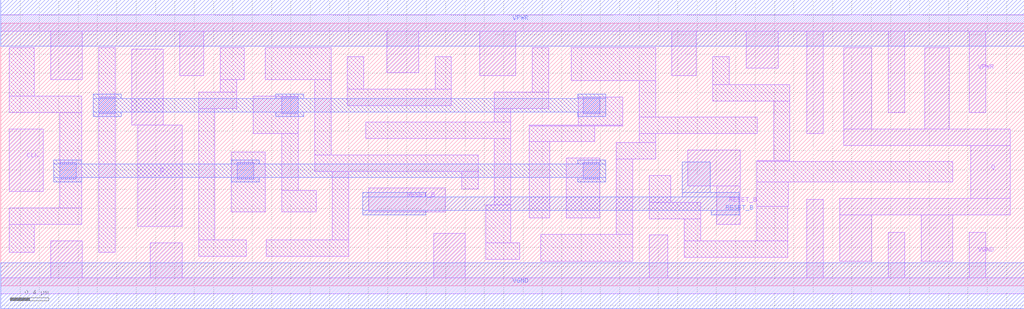
<source format=lef>
# Copyright 2020 The SkyWater PDK Authors
#
# Licensed under the Apache License, Version 2.0 (the "License");
# you may not use this file except in compliance with the License.
# You may obtain a copy of the License at
#
#     https://www.apache.org/licenses/LICENSE-2.0
#
# Unless required by applicable law or agreed to in writing, software
# distributed under the License is distributed on an "AS IS" BASIS,
# WITHOUT WARRANTIES OR CONDITIONS OF ANY KIND, either express or implied.
# See the License for the specific language governing permissions and
# limitations under the License.
#
# SPDX-License-Identifier: Apache-2.0

VERSION 5.5 ;
NAMESCASESENSITIVE ON ;
BUSBITCHARS "[]" ;
DIVIDERCHAR "/" ;
MACRO sky130_fd_sc_hd__dfrtp_4
  CLASS CORE ;
  SOURCE USER ;
  ORIGIN  0.000000  0.000000 ;
  SIZE  10.58000 BY  2.720000 ;
  SYMMETRY X Y R90 ;
  SITE unithd ;
  PIN D
    ANTENNAGATEAREA  0.126000 ;
    DIRECTION INPUT ;
    USE SIGNAL ;
    PORT
      LAYER li1 ;
        RECT 1.355000 1.665000 1.680000 2.450000 ;
        RECT 1.415000 0.615000 1.875000 1.665000 ;
    END
  END D
  PIN Q
    ANTENNADIFFAREA  0.891000 ;
    DIRECTION OUTPUT ;
    USE SIGNAL ;
    PORT
      LAYER li1 ;
        RECT  8.675000 0.255000  9.005000 0.735000 ;
        RECT  8.675000 0.735000 10.440000 0.905000 ;
        RECT  8.715000 1.455000 10.440000 1.625000 ;
        RECT  8.715000 1.625000  9.005000 2.465000 ;
        RECT  9.515000 0.255000  9.845000 0.735000 ;
        RECT  9.555000 1.625000  9.805000 2.465000 ;
        RECT 10.030000 0.905000 10.440000 1.455000 ;
    END
  END Q
  PIN RESET_B
    ANTENNAGATEAREA  0.252000 ;
    DIRECTION INPUT ;
    USE SIGNAL ;
    PORT
      LAYER li1 ;
        RECT 3.805000 0.765000 4.595000 1.015000 ;
    END
    PORT
      LAYER li1 ;
        RECT 7.105000 1.035000 7.645000 1.405000 ;
        RECT 7.405000 0.635000 7.645000 1.035000 ;
    END
    PORT
      LAYER met1 ;
        RECT 3.745000 0.735000 4.395000 0.780000 ;
        RECT 3.745000 0.780000 7.635000 0.920000 ;
        RECT 3.745000 0.920000 4.395000 0.965000 ;
        RECT 7.045000 0.920000 7.635000 0.965000 ;
        RECT 7.045000 0.965000 7.335000 1.280000 ;
        RECT 7.345000 0.735000 7.635000 0.780000 ;
    END
  END RESET_B
  PIN CLK
    ANTENNAGATEAREA  0.159000 ;
    DIRECTION INPUT ;
    USE CLOCK ;
    PORT
      LAYER li1 ;
        RECT 0.090000 0.975000 0.440000 1.625000 ;
    END
  END CLK
  PIN VGND
    DIRECTION INOUT ;
    SHAPE ABUTMENT ;
    USE GROUND ;
    PORT
      LAYER li1 ;
        RECT  0.000000 -0.085000 10.580000 0.085000 ;
        RECT  0.515000  0.085000  0.845000 0.465000 ;
        RECT  1.545000  0.085000  1.875000 0.445000 ;
        RECT  4.475000  0.085000  4.805000 0.545000 ;
        RECT  6.705000  0.085000  6.895000 0.525000 ;
        RECT  8.335000  0.085000  8.505000 0.895000 ;
        RECT  9.175000  0.085000  9.345000 0.555000 ;
        RECT 10.015000  0.085000 10.185000 0.555000 ;
    END
    PORT
      LAYER met1 ;
        RECT 0.000000 -0.240000 10.580000 0.240000 ;
    END
  END VGND
  PIN VNB
    DIRECTION INOUT ;
    USE GROUND ;
    PORT
    END
  END VNB
  PIN VPB
    DIRECTION INOUT ;
    USE POWER ;
    PORT
    END
  END VPB
  PIN VPWR
    DIRECTION INOUT ;
    SHAPE ABUTMENT ;
    USE POWER ;
    PORT
      LAYER li1 ;
        RECT  0.000000 2.635000 10.580000 2.805000 ;
        RECT  0.515000 2.135000  0.845000 2.635000 ;
        RECT  1.850000 2.175000  2.100000 2.635000 ;
        RECT  3.990000 2.205000  4.320000 2.635000 ;
        RECT  4.955000 2.175000  5.325000 2.635000 ;
        RECT  6.940000 2.175000  7.190000 2.635000 ;
        RECT  7.710000 2.255000  8.040000 2.635000 ;
        RECT  8.335000 1.575000  8.505000 2.635000 ;
        RECT  9.175000 1.795000  9.345000 2.635000 ;
        RECT 10.015000 1.795000 10.185000 2.635000 ;
    END
    PORT
      LAYER met1 ;
        RECT 0.000000 2.480000 10.580000 2.960000 ;
    END
  END VPWR
  OBS
    LAYER li1 ;
      RECT 0.090000 0.345000 0.345000 0.635000 ;
      RECT 0.090000 0.635000 0.840000 0.805000 ;
      RECT 0.090000 1.795000 0.840000 1.965000 ;
      RECT 0.090000 1.965000 0.345000 2.465000 ;
      RECT 0.610000 0.805000 0.840000 1.795000 ;
      RECT 1.015000 0.345000 1.185000 2.465000 ;
      RECT 2.045000 0.305000 2.540000 0.475000 ;
      RECT 2.045000 0.475000 2.215000 1.835000 ;
      RECT 2.045000 1.835000 2.440000 2.005000 ;
      RECT 2.270000 2.005000 2.440000 2.135000 ;
      RECT 2.270000 2.135000 2.520000 2.465000 ;
      RECT 2.385000 0.765000 2.735000 1.385000 ;
      RECT 2.610000 1.575000 3.075000 1.965000 ;
      RECT 2.735000 2.135000 3.415000 2.465000 ;
      RECT 2.745000 0.305000 3.600000 0.475000 ;
      RECT 2.905000 0.765000 3.260000 0.985000 ;
      RECT 2.905000 0.985000 3.075000 1.575000 ;
      RECT 3.245000 1.185000 4.935000 1.355000 ;
      RECT 3.245000 1.355000 3.415000 2.135000 ;
      RECT 3.430000 0.475000 3.600000 1.185000 ;
      RECT 3.585000 1.865000 4.660000 2.035000 ;
      RECT 3.585000 2.035000 3.755000 2.375000 ;
      RECT 3.775000 1.525000 5.275000 1.695000 ;
      RECT 4.490000 2.035000 4.660000 2.375000 ;
      RECT 4.765000 1.005000 4.935000 1.185000 ;
      RECT 5.015000 0.275000 5.365000 0.445000 ;
      RECT 5.015000 0.445000 5.275000 0.835000 ;
      RECT 5.105000 0.835000 5.275000 1.525000 ;
      RECT 5.105000 1.695000 5.275000 1.835000 ;
      RECT 5.105000 1.835000 5.665000 2.005000 ;
      RECT 5.465000 0.705000 5.675000 1.495000 ;
      RECT 5.465000 1.495000 6.140000 1.655000 ;
      RECT 5.465000 1.655000 6.430000 1.665000 ;
      RECT 5.495000 2.005000 5.665000 2.465000 ;
      RECT 5.585000 0.255000 6.535000 0.535000 ;
      RECT 5.845000 0.705000 6.195000 1.325000 ;
      RECT 5.900000 2.125000 6.770000 2.465000 ;
      RECT 5.970000 1.665000 6.430000 1.955000 ;
      RECT 6.365000 0.535000 6.535000 1.315000 ;
      RECT 6.365000 1.315000 6.770000 1.485000 ;
      RECT 6.600000 1.485000 6.770000 1.575000 ;
      RECT 6.600000 1.575000 7.820000 1.745000 ;
      RECT 6.600000 1.745000 6.770000 2.125000 ;
      RECT 6.705000 0.695000 7.235000 0.865000 ;
      RECT 6.705000 0.865000 6.925000 1.145000 ;
      RECT 7.065000 0.295000 8.135000 0.465000 ;
      RECT 7.065000 0.465000 7.235000 0.695000 ;
      RECT 7.360000 1.915000 8.160000 2.085000 ;
      RECT 7.360000 2.085000 7.530000 2.375000 ;
      RECT 7.815000 0.465000 8.135000 0.820000 ;
      RECT 7.815000 0.820000 8.140000 1.075000 ;
      RECT 7.815000 1.075000 9.845000 1.285000 ;
      RECT 7.815000 1.285000 8.160000 1.295000 ;
      RECT 7.990000 1.295000 8.160000 1.915000 ;
    LAYER mcon ;
      RECT 0.610000 1.105000 0.780000 1.275000 ;
      RECT 1.015000 1.785000 1.185000 1.955000 ;
      RECT 2.445000 1.105000 2.615000 1.275000 ;
      RECT 2.905000 1.785000 3.075000 1.955000 ;
      RECT 6.025000 1.105000 6.195000 1.275000 ;
      RECT 6.025000 1.785000 6.195000 1.955000 ;
    LAYER met1 ;
      RECT 0.550000 1.075000 0.840000 1.120000 ;
      RECT 0.550000 1.120000 6.255000 1.260000 ;
      RECT 0.550000 1.260000 0.840000 1.305000 ;
      RECT 0.955000 1.755000 1.245000 1.800000 ;
      RECT 0.955000 1.800000 6.255000 1.940000 ;
      RECT 0.955000 1.940000 1.245000 1.985000 ;
      RECT 2.385000 1.075000 2.675000 1.120000 ;
      RECT 2.385000 1.260000 2.675000 1.305000 ;
      RECT 2.845000 1.755000 3.135000 1.800000 ;
      RECT 2.845000 1.940000 3.135000 1.985000 ;
      RECT 5.965000 1.075000 6.255000 1.120000 ;
      RECT 5.965000 1.260000 6.255000 1.305000 ;
      RECT 5.965000 1.755000 6.255000 1.800000 ;
      RECT 5.965000 1.940000 6.255000 1.985000 ;
  END
END sky130_fd_sc_hd__dfrtp_4
END LIBRARY

</source>
